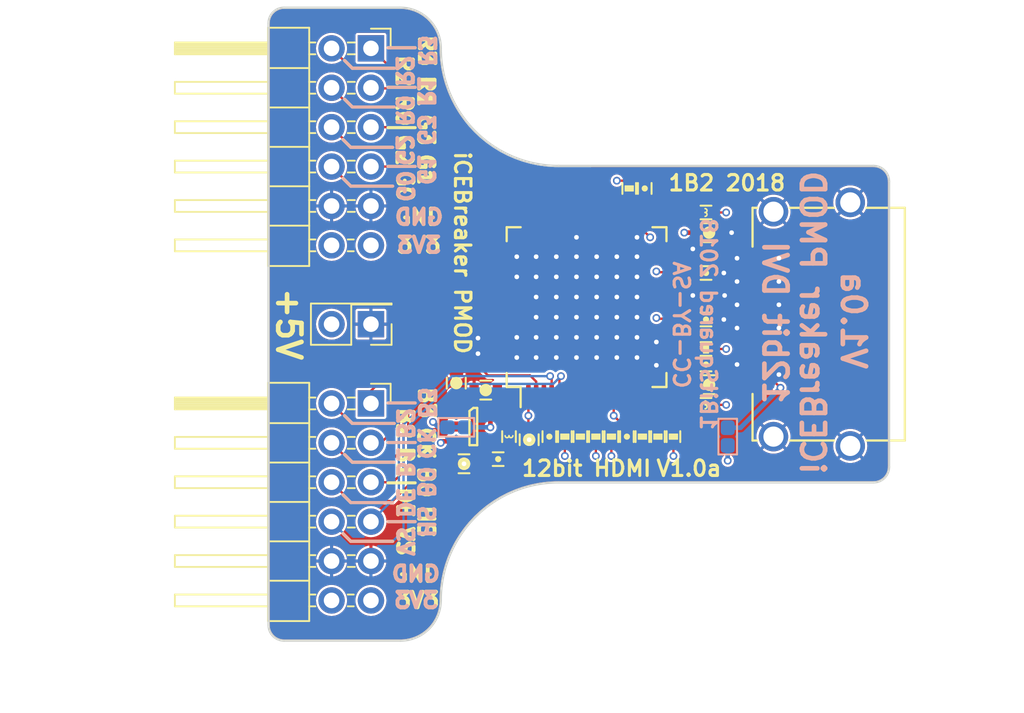
<source format=kicad_pcb>
(kicad_pcb (version 20221018) (generator pcbnew)
  (title_block (title "iCEBreaker PMOD - 12bit DVI") (rev "V1.0a") (company "1BitSquared") (comment 1 "(C) 2018 Piotr Esden-Tempski <piotr@esden.net>") (comment 2 "(C) 2018 1BitSquared <info@1bitsquared.com>") (comment 3 "License: CC-BY-SA V4.0"))
  (layers (0 "F.Cu" signal) (1 "In1.Cu" signal) (2 "In2.Cu" signal) (31 "B.Cu" signal) (34 "B.Paste" user) (35 "F.Paste" user) (36 "B.SilkS" user "B.Silkscreen") (37 "F.SilkS" user "F.Silkscreen") (38 "B.Mask" user) (39 "F.Mask" user) (44 "Edge.Cuts" user))
  (net 0 "")
  (net 1 "GND")
  (net 2 "+3V3")
  (net 3 "+5V")
  (net 4 "Net-(C3-Pad1)")
  (net 5 "/DVDD")
  (net 6 "/DE")
  (net 7 "/VREF")
  (net 8 "/HS")
  (net 9 "/VS")
  (net 10 "Net-(U2-Pad6)")
  (net 11 "Net-(U2-Pad7)")
  (net 12 "Net-(U2-Pad8)")
  (net 13 "/EDGE-HTPLG")
  (net 14 "/~{PD}")
  (net 15 "Net-(U2-Pad11)")
  (net 16 "/ISEL-~{RST}")
  (net 17 "/DSEL-SDA")
  (net 18 "/BSEL-SCL")
  (net 19 "/PVDD")
  (net 20 "/CK-")
  (net 21 "/CK+")
  (net 22 "/TVDD")
  (net 23 "/D0-")
  (net 24 "/D0+")
  (net 25 "/D1-")
  (net 26 "/D1+")
  (net 27 "/D2-")
  (net 28 "/D2+")
  (net 29 "/DKEN")
  (net 30 "Net-(U2-Pad49)")
  (net 31 "/CLK")
  (net 32 "Net-(J1-Pad12)")
  (net 33 "/TFADJ")
  (net 34 "Net-(J5-Pad2)")
  (net 35 "/B0")
  (net 36 "/B1")
  (net 37 "/B2")
  (net 38 "/B3")
  (net 39 "/G0")
  (net 40 "/G1")
  (net 41 "/G2")
  (net 42 "/G3")
  (net 43 "/R0")
  (net 44 "/R1")
  (net 45 "/R2")
  (net 46 "/R3")
  (net 47 "Net-(J6-Pad19)")
  (net 48 "Net-(J6-Pad16)")
  (net 49 "Net-(J6-Pad15)")
  (net 50 "Net-(J6-Pad14)")
  (net 51 "Net-(J6-Pad13)")
  (footprint "pkl_connectors:PMODHeader_2x06_P2.54mm_Horizontal" (layer "F.Cu") (at 36.6 58.01 180)
    (fp_text reference "J1")
    (fp_text value "PMOD")
  )
  (footprint "pkl_housings_sot:SOT-23-5" (layer "F.Cu") (at 43.2 46.799999 180)
    (fp_text reference "U1")
    (fp_text value "VREG_3V3")
  )
  (footprint "pkl_housings_qfp:TQFP-64-1EP_10x10mm_P0.5mm_EP5x5mm" (layer "F.Cu") (at 50.5 39.1 90)
    (fp_text reference "U2")
    (fp_text value "TFP410")
  )
  (footprint "pkl_dipol:R_0402" (layer "F.Cu") (at 51.1 47.45 90)
    (fp_text reference "R4")
    (fp_text value "10k")
  )
  (footprint "pkl_dipol:R_0402" (layer "F.Cu") (at 53.25 31.45 -90)
    (fp_text reference "R3")
    (fp_text value "10k")
  )
  (footprint "pkl_dipol:R_0402" (layer "F.Cu") (at 52.1 47.45 90)
    (fp_text reference "R2")
    (fp_text value "10k")
  )
  (footprint "pkl_dipol:R_0402" (layer "F.Cu") (at 56.1 47.45 90)
    (fp_text reference "R1")
    (fp_text value "10k")
  )
  (footprint "pkl_dipol:R_0402" (layer "F.Cu") (at 49.1 47.45 90)
    (fp_text reference "R5")
    (fp_text value "33k")
  )
  (footprint "pkl_dipol:R_0402" (layer "F.Cu") (at 50.1 47.45 -90)
    (fp_text reference "R6")
    (fp_text value "DNP")
  )
  (footprint "pkl_dipol:R_0402" (layer "F.Cu") (at 54.1 47.45 -90)
    (fp_text reference "R7")
    (fp_text value "10k")
  )
  (footprint "pkl_dipol:R_0402" (layer "F.Cu") (at 55.1 47.45 -90)
    (fp_text reference "R8")
    (fp_text value "10k")
  )
  (footprint "pkl_dipol:R_0402" (layer "F.Cu") (at 58.2 41.8 180)
    (fp_text reference "R9")
    (fp_text value "500E")
  )
  (footprint "pkl_dipol:L_0402" (layer "F.Cu") (at 58.2 45.4 180)
    (fp_text reference "L2")
    (fp_text value "600")
  )
  (footprint "pkl_dipol:L_0402" (layer "F.Cu") (at 45.5 47.45 90)
    (fp_text reference "L1")
    (fp_text value "600")
  )
  (footprint "pkl_dipol:L_0402" (layer "F.Cu") (at 58.2 33 180)
    (fp_text reference "L3")
    (fp_text value "600")
  )
  (footprint "pkl_dipol:C_0603" (layer "F.Cu") (at 44 44.45 180)
    (fp_text reference "C4")
    (fp_text value "4u7")
  )
  (footprint "pkl_dipol:C_0603" (layer "F.Cu") (at 42.6 49.2)
    (fp_text reference "C1")
    (fp_text value "10u")
  )
  (footprint "pkl_dipol:C_0603" (layer "F.Cu") (at 42.1 44 90)
    (fp_text reference "C2")
    (fp_text value "4u7")
  )
  (footprint "pkl_dipol:C_0603" (layer "F.Cu") (at 58.4 44.1)
    (fp_text reference "C15")
    (fp_text value "10u")
  )
  (footprint "pkl_dipol:C_0603" (layer "F.Cu") (at 58.4 34.3)
    (fp_text reference "C16")
    (fp_text value "10u")
  )
  (footprint "pkl_dipol:C_0603" (layer "F.Cu") (at 46.8 47.65 -90)
    (fp_text reference "C14")
    (fp_text value "10u")
  )
  (footprint "pkl_dipol:C_0402" (layer "F.Cu") (at 44.8 48.9)
    (fp_text reference "C3")
    (fp_text value "470p")
  )
  (footprint "pkl_dipol:C_0402" (layer "F.Cu") (at 53.1 47.45 -90)
    (fp_text reference "C5")
    (fp_text value "100n")
  )
  (footprint "pkl_dipol:C_0402" (layer "F.Cu") (at 58.2 36.9)
    (fp_text reference "C10")
    (fp_text value "100n")
  )
  (footprint "pkl_dipol:C_0402" (layer "F.Cu") (at 58.2 42.8)
    (fp_text reference "C9")
    (fp_text value "100n")
  )
  (footprint "pkl_dipol:C_0402" (layer "F.Cu") (at 48.1 47.45 -90)
    (fp_text reference "C8")
    (fp_text value "100n")
  )
  (footprint "pkl_dipol:C_0402" (layer "F.Cu") (at 58.2 39.9)
    (fp_text reference "C7")
    (fp_text value "100n")
  )
  (footprint "pkl_dipol:C_0402" (layer "F.Cu") (at 54.25 31.45 90)
    (fp_text reference "C6")
    (fp_text value "100n")
  )
  (footprint "Connector_PinHeader_2.54mm:PinHeader_2x01_P2.54mm_Vertical" (layer "F.Cu") (at 36.6 40.2 180)
    (fp_text reference "J4")
    (fp_text value "5V")
  )
  (footprint "pkl_connectors:PMODHeader_2x06_P2.54mm_Horizontal" (layer "F.Cu") (at 36.6 35.12 180)
    (fp_text reference "J2")
    (fp_text value "PMOD")
  )
  (footprint "pkl_connectors:HDMI-10029449-111RLF" (layer "F.Cu") (at 62.5 40.2 90)
    (fp_text reference "J6")
    (fp_text value "HDMI_A_1.4" hide)
  )
  (footprint "pkl_jumpers:J_NC_0603_30" (layer "B.Cu") (at 42.1 46.85 180)
    (fp_text reference "J3")
    (fp_text value "jmp")
  )
  (footprint "pkl_jumpers:J_0603" (layer "B.Cu") (at 59.6 47.45 90)
    (fp_text reference "J5")
    (fp_text value "jmp")
  )
  (gr_line (start 37.7 52.93) (end 39.45 52.93) (stroke (width 0.2)) (layer "B.SilkS"))
  (gr_line (start 35.3 51.7) (end 38 51.7) (stroke (width 0.2)) (layer "B.SilkS"))
  (gr_line (start 34.8 51.2) (end 35.3 51.7) (stroke (width 0.2)) (layer "B.SilkS"))
  (gr_line (start 35.4 49.1) (end 38.1 49.1) (stroke (width 0.2)) (layer "B.SilkS"))
  (gr_line (start 34.9 48.6) (end 35.4 49.1) (stroke (width 0.2)) (layer "B.SilkS"))
  (gr_line (start 37.7 47.83) (end 39.45 47.83) (stroke (width 0.2)) (layer "B.SilkS"))
  (gr_line (start 35.4 46.6) (end 38.1 46.6) (stroke (width 0.2)) (layer "B.SilkS"))
  (gr_line (start 34.9 46.1) (end 35.4 46.6) (stroke (width 0.2)) (layer "B.SilkS"))
  (gr_line (start 37.7 45.28) (end 39.45 45.28) (stroke (width 0.2)) (layer "B.SilkS"))
  (gr_line (start 34.8 53.7) (end 35.3 54.2) (stroke (width 0.2)) (layer "B.SilkS"))
  (gr_line (start 35.3 54.2) (end 38 54.2) (stroke (width 0.2)) (layer "B.SilkS"))
  (gr_line (start 34.9 23.2) (end 35.4 23.7) (stroke (width 0.2)) (layer "B.SilkS"))
  (gr_line (start 35.4 23.7) (end 38.1 23.7) (stroke (width 0.2)) (layer "B.SilkS"))
  (gr_line (start 35.4 26.2) (end 38.1 26.2) (stroke (width 0.2)) (layer "B.SilkS"))
  (gr_line (start 35.3 31.3) (end 38 31.3) (stroke (width 0.2)) (layer "B.SilkS"))
  (gr_line (start 34.9 25.7) (end 35.4 26.2) (stroke (width 0.2)) (layer "B.SilkS"))
  (gr_line (start 34.8 28.3) (end 35.3 28.8) (stroke (width 0.2)) (layer "B.SilkS"))
  (gr_line (start 34.8 30.8) (end 35.3 31.3) (stroke (width 0.2)) (layer "B.SilkS"))
  (gr_line (start 35.3 28.8) (end 38 28.8) (stroke (width 0.2)) (layer "B.SilkS"))
  (gr_line (start 37.7 30.03) (end 39.45 30.03) (stroke (width 0.2)) (layer "B.SilkS"))
  (gr_line (start 37.7 22.38) (end 39.45 22.38) (stroke (width 0.2)) (layer "B.SilkS"))
  (gr_line (start 37.7 24.93) (end 39.45 24.93) (stroke (width 0.2)) (layer "B.SilkS"))
  (gr_line (start 34.8 53.7) (end 35.3 54.2) (stroke (width 0.2)) (layer "F.SilkS"))
  (gr_line (start 35.3 54.2) (end 38 54.2) (stroke (width 0.2)) (layer "F.SilkS"))
  (gr_line (start 34.8 28.3) (end 35.3 28.8) (stroke (width 0.2)) (layer "F.SilkS"))
  (gr_line (start 35.3 28.8) (end 38 28.8) (stroke (width 0.2)) (layer "F.SilkS"))
  (gr_line (start 34.9 23.2) (end 35.4 23.7) (stroke (width 0.2)) (layer "F.SilkS"))
  (gr_line (start 37.7 24.93) (end 39.45 24.93) (stroke (width 0.2)) (layer "F.SilkS"))
  (gr_line (start 37.7 27.53) (end 39.45 27.53) (stroke (width 0.2)) (layer "F.SilkS"))
  (gr_line (start 35.4 26.2) (end 38.1 26.2) (stroke (width 0.2)) (layer "F.SilkS"))
  (gr_line (start 34.8 30.8) (end 35.3 31.3) (stroke (width 0.2)) (layer "F.SilkS"))
  (gr_line (start 37.7 30.03) (end 39.45 30.03) (stroke (width 0.2)) (layer "F.SilkS"))
  (gr_line (start 35.4 23.7) (end 38.1 23.7) (stroke (width 0.2)) (layer "F.SilkS"))
  (gr_line (start 34.9 25.7) (end 35.4 26.2) (stroke (width 0.2)) (layer "F.SilkS"))
  (gr_line (start 37.7 22.38) (end 39.45 22.38) (stroke (width 0.2)) (layer "F.SilkS"))
  (gr_line (start 35.3 31.3) (end 38 31.3) (stroke (width 0.2)) (layer "F.SilkS"))
  (gr_line (start 37.7 47.83) (end 39.45 47.83) (stroke (width 0.2)) (layer "F.SilkS"))
  (gr_line (start 34.9 48.6) (end 35.4 49.1) (stroke (width 0.2)) (layer "F.SilkS"))
  (gr_line (start 37.7 50.43) (end 39.45 50.43) (stroke (width 0.2)) (layer "F.SilkS"))
  (gr_line (start 35.4 46.6) (end 38.1 46.6) (stroke (width 0.2)) (layer "F.SilkS"))
  (gr_line (start 37.7 52.93) (end 39.45 52.93) (stroke (width 0.2)) (layer "F.SilkS"))
  (gr_line (start 35.3 51.7) (end 38 51.7) (stroke (width 0.2)) (layer "F.SilkS"))
  (gr_line (start 34.9 46.1) (end 35.4 46.6) (stroke (width 0.2)) (layer "F.SilkS"))
  (gr_line (start 34.8 51.2) (end 35.3 51.7) (stroke (width 0.2)) (layer "F.SilkS"))
  (gr_line (start 35.4 49.1) (end 38.1 49.1) (stroke (width 0.2)) (layer "F.SilkS"))
  (gr_line (start 37.7 45.28) (end 39.45 45.28) (stroke (width 0.2)) (layer "F.SilkS"))
  (gr_arc (start 70 49.4) (mid 69.707107 50.107107) (end 69 50.4) (stroke (width 0.15)) (layer "Edge.Cuts"))
  (gr_line (start 69 50.4) (end 48.7 50.4) (stroke (width 0.15)) (layer "Edge.Cuts"))
  (gr_arc (start 30 20.8) (mid 30.292893 20.092893) (end 31 19.8) (stroke (width 0.15)) (layer "Edge.Cuts"))
  (gr_arc (start 31 60.6) (mid 30.292893 60.307107) (end 30 59.6) (stroke (width 0.15)) (layer "Edge.Cuts"))
  (gr_line (start 70 31) (end 70 49.4) (stroke (width 0.15)) (layer "Edge.Cuts"))
  (gr_arc (start 69 30) (mid 69.707107 30.292893) (end 70 31) (stroke (width 0.15)) (layer "Edge.Cuts"))
  (gr_arc (start 38.5 19.8) (mid 40.338478 20.561522) (end 41.1 22.4) (stroke (width 0.15)) (layer "Edge.Cuts"))
  (gr_line (start 30 59.6) (end 30 20.8) (stroke (width 0.15)) (layer "Edge.Cuts"))
  (gr_line (start 31 60.6) (end 38.5 60.6) (stroke (width 0.15)) (layer "Edge.Cuts"))
  (gr_arc (start 48.7 30) (mid 43.325988 27.774012) (end 41.1 22.4) (stroke (width 0.15)) (layer "Edge.Cuts"))
  (gr_line (start 48.7 30) (end 69 30) (stroke (width 0.15)) (layer "Edge.Cuts"))
  (gr_arc (start 41.1 58) (mid 40.338478 59.838478) (end 38.5 60.6) (stroke (width 0.15)) (layer "Edge.Cuts"))
  (gr_line (start 31 19.8) (end 38.5 19.8) (stroke (width 0.15)) (layer "Edge.Cuts"))
  (gr_arc (start 41.1 58) (mid 43.325988 52.625988) (end 48.7 50.4) (stroke (width 0.15)) (layer "Edge.Cuts"))
  (gr_text "HS" (at 40.15 52.93 270) (layer "B.SilkS") (effects (font (size 1 1) (thickness 0.25)) (justify mirror)))
  (gr_text "VS" (at 38.8 54.2 270) (layer "B.SilkS") (effects (font (size 1 1) (thickness 0.25)) (justify mirror)))
  (gr_text "B0" (at 40.15 50.38 270) (layer "B.SilkS") (effects (font (size 1 1) (thickness 0.25)) (justify mirror)))
  (gr_text "DE" (at 38.8 51.7 270) (layer "B.SilkS") (effects (font (size 1 1) (thickness 0.25)) (justify mirror)))
  (gr_text "CK" (at 40.15 47.88 270) (layer "B.SilkS") (effects (font (size 1 1) (thickness 0.25)) (justify mirror)))
  (gr_text "B1" (at 38.8 49.1 270) (layer "B.SilkS") (effects (font (size 1 1) (thickness 0.25)) (justify mirror)))
  (gr_text "B3" (at 40.2 45.28 270) (layer "B.SilkS") (effects (font (size 1 1) (thickness 0.25)) (justify mirror)))
  (gr_text "B2" (at 38.8 46.6 270) (layer "B.SilkS") (effects (font (size 1 1) (thickness 0.25)) (justify mirror)))
  (gr_text "CC-BY-SA" (at 56.6 40.25 270) (layer "B.SilkS") (effects (font (size 1 1) (thickness 0.2)) (justify mirror)))
  (gr_text "1BitSquared 2018" (at 58.35 40.2 270) (layer "B.SilkS") (effects (font (size 1 1) (thickness 0.2)) (justify mirror)))
  (gr_text "GND" (at 39.5 56.3) (layer "B.SilkS") (effects (font (size 1 1) (thickness 0.25)) (justify mirror)))
  (gr_text "3V3" (at 39.5 58) (layer "B.SilkS") (effects (font (size 1 1) (thickness 0.25)) (justify mirror)))
  (gr_text "iCEBreaker PMOD\n12bit DVI" (at 63.85 40.1 270) (layer "B.SilkS") (effects (font (size 1.5 1.5) (thickness 0.3)) (justify mirror)))
  (gr_text "V1.0a" (at 67.7 39.95 270) (layer "B.SilkS") (effects (font (size 1.5 1.5) (thickness 0.3)) (justify mirror)))
  (gr_text "GND" (at 39.7 33.3) (layer "B.SilkS") (effects (font (size 1 1) (thickness 0.25)) (justify mirror)))
  (gr_text "3V3" (at 39.7 35.1) (layer "B.SilkS") (effects (font (size 1 1) (thickness 0.25)) (justify mirror)))
  (gr_text "G0" (at 38.8 31.3 270) (layer "B.SilkS") (effects (font (size 1 1) (thickness 0.25)) (justify mirror)))
  (gr_text "G1" (at 40.15 30.23 270) (layer "B.SilkS") (effects (font (size 1 1) (thickness 0.25)) (justify mirror)))
  (gr_text "G2" (at 38.75 28.98 270) (layer "B.SilkS") (effects (font (size 1 1) (thickness 0.25)) (justify mirror)))
  (gr_text "G3" (at 40.15 27.68 270) (layer "B.SilkS") (effects (font (size 1 1) (thickness 0.25)) (justify mirror)))
  (gr_text "R0" (at 38.75 26.43 270) (layer "B.SilkS") (effects (font (size 1 1) (thickness 0.25)) (justify mirror)))
  (gr_text "R1" (at 40.15 25.18 270) (layer "B.SilkS") (effects (font (size 1 1) (thickness 0.25)) (justify mirror)))
  (gr_text "R2" (at 38.75 23.88 270) (layer "B.SilkS") (effects (font (size 1 1) (thickness 0.25)) (justify mirror)))
  (gr_text "R3" (at 40.2 22.58 270) (layer "B.SilkS") (effects (font (size 1 1) (thickness 0.25)) (justify mirror)))
  (gr_text "V1.0a" (at 57.1 49.5) (layer "F.SilkS") (effects (font (size 1 1) (thickness 0.2))))
  (gr_text "12bit HDMI" (at 50.5 49.5) (layer "F.SilkS") (effects (font (size 1 1) (thickness 0.2))))
  (gr_text "iCEBreaker PMOD" (at 42.5 35.6 270) (layer "F.SilkS") (effects (font (size 1 1) (thickness 0.2))))
  (gr_text "B3" (at 40.2 45.28 270) (layer "F.SilkS") (effects (font (size 1 1) (thickness 0.25))))
  (gr_text "B1" (at 38.8 49.1 270) (layer "F.SilkS") (effects (font (size 1 1) (thickness 0.25))))
  (gr_text "CK" (at 40.15 47.88 270) (layer "F.SilkS") (effects (font (size 1 1) (thickness 0.25))))
  (gr_text "DE" (at 38.8 51.7 270) (layer "F.SilkS") (effects (font (size 1 1) (thickness 0.25))))
  (gr_text "VS" (at 38.8 54.2 270) (layer "F.SilkS") (effects (font (size 1 1) (thickness 0.25))))
  (gr_text "B0" (at 40.15 50.38 270) (layer "F.SilkS") (effects (font (size 1 1) (thickness 0.25))))
  (gr_text "HS" (at 40.15 52.93 270) (layer "F.SilkS") (effects (font (size 1 1) (thickness 0.25))))
  (gr_text "1B2 2018" (at 59.55 31.1) (layer "F.SilkS") (effects (font (size 1 1) (thickness 0.2))))
  (gr_text "GND" (at 39.5 56.3) (layer "F.SilkS") (effects (font (size 1 1) (thickness 0.25))))
  (gr_text "3V3" (at 39.6 58) (layer "F.SilkS") (effects (font (size 1 1) (thickness 0.25))))
  (gr_text "G1" (at 40.15 30.23 270) (layer "F.SilkS") (effects (font (size 1 1) (thickness 0.25))))
  (gr_text "G3" (at 40.15 27.68 270) (layer "F.SilkS") (effects (font (size 1 1) (thickness 0.25))))
  (gr_text "G2" (at 38.75 28.98 270) (layer "F.SilkS") (effects (font (size 1 1) (thickness 0.25))))
  (gr_text "R0" (at 38.75 26.43 270) (layer "F.SilkS") (effects (font (size 1 1) (thickness 0.25))))
  (gr_text "R1" (at 40.15 25.18 270) (layer "F.SilkS") (effects (font (size 1 1) (thickness 0.25))))
  (gr_text "R2" (at 38.75 23.88 270) (layer "F.SilkS") (effects (font (size 1 1) (thickness 0.25))))
  (gr_text "R3" (at 40.2 22.58 270) (layer "F.SilkS") (effects (font (size 1 1) (thickness 0.25))))
  (gr_text "GND" (at 39.7 33.3) (layer "F.SilkS") (effects (font (size 1 1) (thickness 0.25))))
  (gr_text "3V3" (at 39.7 35.1) (layer "F.SilkS") (effects (font (size 1 1) (thickness 0.25))))
  (gr_text "G0" (at 38.8 31.3 270) (layer "F.SilkS") (effects (font (size 1 1) (thickness 0.25))))
  (gr_text "+5V" (at 31.3 40.2 270) (layer "F.SilkS") (effects (font (size 1.5 1.5) (thickness 0.3))))
  (gr_text "B2" (at 38.8 46.6 270) (layer "F.SilkS") (effects (font (size 1 1) (thickness 0.25))))
  (segment (start 60.496447 43.45) (end 60.2 43.153553) (width 0.15) (layer "F.Cu") (net 1))
  (segment (start 61.55 43.45) (end 60.496447 43.45) (width 0.15) (layer "F.Cu") (net 1))
  (segment (start 60.2 43.153553) (end 60.2 42.8) (width 0.15) (layer "F.Cu") (net 1))
  (via (at 62.9 38.95) (size 0.5) (drill 0.3) (layers "F.Cu" "B.Cu") (net 1))
  (via (at 62.9 43.45) (size 0.5) (drill 0.3) (layers "F.Cu" "B.Cu") (net 1))
  (via (at 62.9 40.45) (size 0.5) (drill 0.3) (layers "F.Cu" "B.Cu") (net 1))
  (via (at 62.9 37.45) (size 0.5) (drill 0.3) (layers "F.Cu" "B.Cu") (net 1))
  (via (at 60.2 38.95) (size 0.5) (drill 0.3) (layers "F.Cu" "B.Cu") (net 1))
  (via (at 60.2 42.8) (size 0.5) (drill 0.3) (layers "F.Cu" "B.Cu") (net 1))
  (via (at 60.2 35.95) (size 0.5) (drill 0.3) (layers "F.Cu" "B.Cu") (net 1))
  (via (at 60.2 40.45) (size 0.5) (drill 0.3) (layers "F.Cu" "B.Cu") (net 1))
  (via (at 60.2 37.45) (size 0.5) (drill 0.3) (layers "F.Cu" "B.Cu") (net 1))
  (via (at 62.9 35.95) (size 0.5) (drill 0.3) (layers "F.Cu" "B.Cu") (net 1))
  (via (at 57.35 35.35) (size 0.5) (drill 0.3) (layers "F.Cu" "B.Cu") (net 1))
  (via (at 55 41.35) (size 0.5) (drill 0.3) (layers "F.Cu" "B.Cu") (net 1))
  (via (at 55 42.85) (size 0.5) (drill 0.3) (layers "F.Cu" "B.Cu") (net 1))
  (via (at 59.35 39.9) (size 0.5) (drill 0.3) (layers "F.Cu" "B.Cu") (net 1))
  (via (at 59.35 36.9) (size 0.5) (drill 0.3) (layers "F.Cu" "B.Cu") (net 1))
  (via (at 59.85 34.3) (size 0.5) (drill 0.3) (layers "F.Cu" "B.Cu") (net 1))
  (via (at 59.4 38.35) (size 0.5) (drill 0.3) (layers "F.Cu" "B.Cu") (net 1))
  (via (at 43.5 41.1) (size 0.5) (drill 0.3) (layers "F.Cu" "B.Cu") (net 1))
  (via (at 43.5 42.1) (size 0.5) (drill 0.3) (layers "F.Cu" "B.Cu") (net 1))
  (via (at 53.75 34.6) (size 0.5) (drill 0.3) (layers "F.Cu" "B.Cu") (net 1))
  (via (at 46 37.15) (size 0.5) (drill 0.3) (layers "F.Cu" "B.Cu") (net 1))
  (via (at 46 35.85) (size 0.5) (drill 0.3) (layers "F.Cu" "B.Cu") (net 1))
  (via (at 49.85 34.6) (size 0.5) (drill 0.3) (layers "F.Cu" "B.Cu") (net 1))
  (via (at 57.35 38.35) (size 0.5) (drill 0.3) (layers "F.Cu" "B.Cu") (net 1))
  (via (at 46 41.05) (size 0.5) (drill 0.3) (layers "F.Cu" "B.Cu") (net 1))
  (via (at 46 42.35) (size 0.5) (drill 0.3) (layers "F.Cu" "B.Cu") (net 1))
  (segment (start 56.1 47.95) (end 56.1 48.7) (width 0.15) (layer "F.Cu") (net 2))
  (segment (start 49.1 47.95) (end 49.1 48.7) (width 0.15) (layer "F.Cu") (net 2))
  (segment (start 52.1 47.95) (end 52.1 48.7) (width 0.15) (layer "F.Cu") (net 2))
  (segment (start 58.7 45.4) (end 59.5 45.4) (width 0.15) (layer "F.Cu") (net 2))
  (segment (start 44.75 44.45) (end 44.75 45.399999) (width 0.3) (layer "F.Cu") (net 2))
  (segment (start 53.25 30.95) (end 52.45 30.95) (width 0.15) (layer "F.Cu") (net 2))
  (segment (start 45.5 47.95) (end 45.8 47.65) (width 0.3) (layer "F.Cu") (net 2))
  (segment (start 58.7 33) (end 59.5 33) (width 0.15) (layer "F.Cu") (net 2))
  (segment (start 51.1 47.95) (end 51.1 48.7) (width 0.15) (layer "F.Cu") (net 2))
  (segment (start 58.7 41.8) (end 59.5 41.8) (width 0.15) (layer "F.Cu") (net 2))
  (segment (start 44.3 46.85) (end 44.3 45.849999) (width 0.3) (layer "F.Cu") (net 2))
  (segment (start 45.8 47.65) (end 46.8 47.65) (width 0.3) (layer "F.Cu") (net 2))
  (segment (start 44.75 45.399999) (end 44.3 45.849999) (width 0.3) (layer "F.Cu") (net 2))
  (segment (start 41.85 49.2) (end 42.6 49.2) (width 0.3) (layer "F.Cu") (net 2))
  (via (at 52.1 48.7) (size 0.5) (drill 0.3) (layers "F.Cu" "B.Cu") (net 2))
  (via (at 42.6 49.2) (size 0.5) (drill 0.3) (layers "F.Cu" "B.Cu") (net 2))
  (via (at 59.5 41.8) (size 0.5) (drill 0.3) (layers "F.Cu" "B.Cu") (net 2))
  (via (at 59.5 33) (size 0.5) (drill 0.3) (layers "F.Cu" "B.Cu") (net 2))
  (via (at 44.3 46.85) (size 0.5) (drill 0.3) (layers "F.Cu" "B.Cu") (net 2))
  (via (at 51.1 48.7) (size 0.5) (drill 0.3) (layers "F.Cu" "B.Cu") (net 2))
  (via (at 46.8 47.65) (size 0.5) (drill 0.3) (layers "F.Cu" "B.Cu") (net 2))
  (via (at 56.1 48.7) (size 0.5) (drill 0.3) (layers "F.Cu" "B.Cu") (net 2))
  (via (at 49.1 48.7) (size 0.5) (drill 0.3) (layers "F.Cu" "B.Cu") (net 2))
  (via (at 59.5 45.4) (size 0.5) (drill 0.3) (layers "F.Cu" "B.Cu") (net 2))
  (via (at 52.45 30.95) (size 0.5) (drill 0.3) (layers "F.Cu" "B.Cu") (net 2))
  (segment (start 42.675 46.85) (end 44.3 46.85) (width 0.3) (layer "B.Cu") (net 2))
  (segment (start 42.1 47.749999) (end 41.200001 47.749999) (width 0.3) (layer "F.Cu") (net 3))
  (segment (start 42.73 45.849999) (end 43.2 46.319999) (width 0.3) (layer "F.Cu") (net 3))
  (segment (start 43.2 47.279999) (end 42.73 47.749999) (width 0.3) (layer "F.Cu") (net 3))
  (segment (start 42.1 44.75) (end 42.1 45.849999) (width 0.3) (layer "F.Cu") (net 3))
  (segment (start 41.200001 47.749999) (end 41.1 47.85) (width 0.3) (layer "F.Cu") (net 3))
  (segment (start 43.2 46.319999) (end 43.2 47.279999) (width 0.3) (layer "F.Cu") (net 3))
  (segment (start 42.73 47.749999) (end 42.1 47.749999) (width 0.3) (layer "F.Cu") (net 3))
  (segment (start 42.1 45.849999) (end 42.73 45.849999) (width 0.3) (layer "F.Cu") (net 3))
  (via (at 41.1 47.85) (size 0.5) (drill 0.3) (layers "F.Cu" "B.Cu") (net 3))
  (via (at 59.6 49) (size 0.5) (drill 0.3) (layers "F.Cu" "B.Cu") (net 3))
  (segment (start 59.6 49) (end 59.6 48.025) (width 0.3) (layer "B.Cu") (net 3))
  (segment (start 44.3 47.749999) (end 44.3 48.9) (width 0.15) (layer "F.Cu") (net 4))
  (segment (start 54.25 33.4) (end 54.25 31.95) (width 0.15) (layer "F.Cu") (net 5))
  (segment (start 45.5 46.95) (end 46.75 46.95) (width 0.15) (layer "F.Cu") (net 5))
  (segment (start 52.25 44.8) (end 52.25 46.1) (width 0.15) (layer "F.Cu") (net 5))
  (segment (start 46.75 46.1) (end 46.75 46.85) (width 0.15) (layer "F.Cu") (net 5))
  (segment (start 54.25 33.4) (end 54.25 34.25) (width 0.15) (layer "F.Cu") (net 5))
  (segment (start 46.75 44.8) (end 46.75 46.1) (width 0.15) (layer "F.Cu") (net 5))
  (segment (start 46.75 46.95) (end 46.8 46.9) (width 0.15) (layer "F.Cu") (net 5))
  (segment (start 52.25 46.1) (end 53.1 46.95) (width 0.15) (layer "F.Cu") (net 5))
  (segment (start 46.75 46.85) (end 46.8 46.9) (width 0.15) (layer "F.Cu") (net 5))
  (segment (start 46.85 46.95) (end 46.8 46.9) (width 0.15) (layer "F.Cu") (net 5))
  (segment (start 54.25 34.25) (end 54.6 34.6) (width 0.15) (layer "F.Cu") (net 5))
  (segment (start 48.1 46.95) (end 46.85 46.95) (width 0.15) (layer "F.Cu") (net 5))
  (via (at 46.75 46.1) (size 0.5) (drill 0.3) (layers "F.Cu" "B.Cu") (net 5))
  (via (at 52.25 46.1) (size 0.5) (drill 0.3) (layers "F.Cu" "B.Cu") (net 5))
  (via (at 54.6 34.6) (size 0.5) (drill 0.3) (layers "F.Cu" "B.Cu") (net 5))
  (segment (start 34.06 50.39) (end 35.27 51.6) (width 0.15) (layer "F.Cu") (net 6))
  (segment (start 39 50.6) (end 39 44.3) (width 0.15) (layer "F.Cu") (net 6))
  (segment (start 41.5 41.8) (end 42.44 41.8) (width 0.15) (layer "F.Cu") (net 6))
  (segment (start 39 44.3) (end 41.5 41.8) (width 0.15) (layer "F.Cu") (net 6))
  (segment (start 42.44 41.8) (end 44.14 43.5) (width 0.15) (layer "F.Cu") (net 6))
  (segment (start 35.27 51.6) (end 38 51.6) (width 0.15) (layer "F.Cu") (net 6))
  (segment (start 44.14 43.5) (end 46.85 43.5) (width 0.15) (layer "F.Cu") (net 6))
  (segment (start 38 51.6) (end 39 50.6) (width 0.15) (layer "F.Cu") (net 6))
  (segment (start 47.25 43.9) (end 47.25 44.8) (width 0.15) (layer "F.Cu") (net 6))
  (segment (start 46.85 43.5) (end 47.25 43.9) (width 0.15) (layer "F.Cu") (net 6))
  (segment (start 47.75 45.7) (end 49 46.95) (width 0.15) (layer "F.Cu") (net 7))
  (segment (start 47.75 44.8) (end 47.75 45.7) (width 0.15) (layer "F.Cu") (net 7))
  (segment (start 49 46.95) (end 49.1 46.95) (width 0.15) (layer "F.Cu") (net 7))
  (segment (start 49.1 46.95) (end 50.1 46.95) (width 0.15) (layer "F.Cu") (net 7))
  (segment (start 48.25 44.8) (end 48.25 43.650006) (width 0.15) (layer "F.Cu") (net 8))
  (segment (start 48.25 43.650006) (end 48.149994 43.55) (width 0.15) (layer "F.Cu") (net 8))
  (via (at 48.149994 43.55) (size 0.5) (drill 0.3) (layers "F.Cu" "B.Cu") (net 8))
  (segment (start 41.825721 43.55) (end 47.796441 43.55) (width 0.15) (layer "B.Cu") (net 8))
  (segment (start 38.399989 51.130011) (end 38.399989 46.975732) (width 0.15) (layer "B.Cu") (net 8))
  (segment (start 38.399989 46.975732) (end 41.825721 43.55) (width 0.15) (layer "B.Cu") (net 8))
  (segment (start 47.796441 43.55) (end 48.149994 43.55) (width 0.15) (layer "B.Cu") (net 8))
  (segment (start 36.6 52.93) (end 38.399989 51.130011) (width 0.15) (layer "B.Cu") (net 8))
  (segment (start 48.75 43.650013) (end 48.850013 43.55) (width 0.15) (layer "F.Cu") (net 9))
  (segment (start 48.75 44.8) (end 48.75 43.650013) (width 0.15) (layer "F.Cu") (net 9))
  (via (at 48.850013 43.55) (size 0.5) (drill 0.3) (layers "F.Cu" "B.Cu") (net 9))
  (segment (start 38.7 53.5) (end 38.7 47.1) (width 0.15) (layer "B.Cu") (net 9))
  (segment (start 48.350013 44.05) (end 48.600014 43.799999) (width 0.15) (layer "B.Cu") (net 9))
  (segment (start 38.7 47.1) (end 41.75 44.05) (width 0.15) (layer "B.Cu") (net 9))
  (segment (start 48.600014 43.799999) (end 48.850013 43.55) (width 0.15) (layer "B.Cu") (net 9))
  (segment (start 38 54.2) (end 38.7 53.5) (width 0.15) (layer "B.Cu") (net 9))
  (segment (start 41.75 44.05) (end 48.350013 44.05) (width 0.15) (layer "B.Cu") (net 9))
  (segment (start 34.06 52.93) (end 35.33 54.2) (width 0.15) (layer "B.Cu") (net 9))
  (segment (start 35.33 54.2) (end 38 54.2) (width 0.15) (layer "B.Cu") (net 9))
  (segment (start 50.75 44.8) (end 50.75 46.6) (width 0.15) (layer "F.Cu") (net 13))
  (segment (start 50.75 46.6) (end 51.1 46.95) (width 0.15) (layer "F.Cu") (net 13))
  (segment (start 51.25 44.8) (end 51.25 46.1) (width 0.15) (layer "F.Cu") (net 14))
  (segment (start 51.25 46.1) (end 52.1 46.95) (width 0.15) (layer "F.Cu") (net 14))
  (segment (start 52.75 45.7) (end 54 46.95) (width 0.15) (layer "F.Cu") (net 16))
  (segment (start 52.75 44.8) (end 52.75 45.7) (width 0.15) (layer "F.Cu") (net 16))
  (segment (start 54 46.95) (end 54.1 46.95) (width 0.15) (layer "F.Cu") (net 16))
  (segment (start 54.02499 46.47499) (end 54.62499 46.47499) (width 0.15) (layer "F.Cu") (net 17))
  (segment (start 53.25 45.7) (end 54.02499 46.47499) (width 0.15) (layer "F.Cu") (net 17))
  (segment (start 54.62499 46.47499) (end 54.794543 46.644543) (width 0.15) (layer "F.Cu") (net 17))
  (segment (start 53.25 44.8) (end 53.25 45.7) (width 0.15) (layer "F.Cu") (net 17))
  (segment (start 54.794543 46.644543) (end 55.1 46.95) (width 0.15) (layer "F.Cu") (net 17))
  (segment (start 55.32498 46.17498) (end 55.794543 46.644543) (width 0.15) (layer "F.Cu") (net 18))
  (segment (start 53.75 45.7) (end 54.22498 46.17498) (width 0.15) (layer "F.Cu") (net 18))
  (segment (start 53.75 44.8) (end 53.75 45.7) (width 0.15) (layer "F.Cu") (net 18))
  (segment (start 55.794543 46.644543) (end 56.1 46.95) (width 0.15) (layer "F.Cu") (net 18))
  (segment (start 54.22498 46.17498) (end 55.32498 46.17498) (width 0.15) (layer "F.Cu") (net 18))
  (segment (start 57.7 42.8) (end 57.7 44.05) (width 0.15) (layer "F.Cu") (net 19))
  (segment (start 57.7 44.15) (end 57.65 44.1) (width 0.15) (layer "F.Cu") (net 19))
  (segment (start 57.7 45.4) (end 57.7 44.15) (width 0.15) (layer "F.Cu") (net 19))
  (segment (start 57.7 44.05) (end 57.65 44.1) (width 0.15) (layer "F.Cu") (net 19))
  (segment (start 56.2 42.35) (end 57.25 42.35) (width 0.15) (layer "F.Cu") (net 19))
  (segment (start 57.25 42.35) (end 57.7 42.8) (width 0.15) (layer "F.Cu") (net 19))
  (segment (start 56.2 40.85) (end 56.9 40.85) (width 0.15) (layer "F.Cu") (net 20))
  (segment (start 56.9 40.85) (end 56.90001 40.85001) (width 0.15) (layer "F.Cu") (net 20))
  (segment (start 56.90001 40.85001) (end 59.897008 40.85001) (width 0.15) (layer "F.Cu") (net 20))
  (segment (start 60.5 40.95) (end 61.55 40.95) (width 0.15) (layer "F.Cu") (net 20))
  (segment (start 59.996998 40.95) (end 60.5 40.95) (width 0.15) (layer "F.Cu") (net 20))
  (segment (start 59.897008 40.85001) (end 59.996998 40.95) (width 0.15) (layer "F.Cu") (net 20))
  (segment (start 57.05 40.35) (end 57.15 40.45) (width 0.15) (layer "F.Cu") (net 21))
  (segment (start 56.2 40.35) (end 57.05 40.35) (width 0.15) (layer "F.Cu") (net 21))
  (segment (start 57.15 40.45) (end 59.503002 40.45) (width 0.15) (layer "F.Cu") (net 21))
  (segment (start 59.503002 40.45) (end 60.003002 39.95) (width 0.15) (layer "F.Cu") (net 21))
  (segment (start 60.5 39.95) (end 61.55 39.95) (width 0.15) (layer "F.Cu") (net 21))
  (segment (start 60.003002 39.95) (end 60.5 39.95) (width 0.15) (layer "F.Cu") (net 21))
  (segment (start 56.2 36.85) (end 57.65 36.85) (width 0.15) (layer "F.Cu") (net 22))
  (segment (start 57.65 39.85) (end 57.7 39.9) (width 0.15) (layer "F.Cu") (net 22))
  (segment (start 57.7 33) (end 57.7 34.25) (width 0.15) (layer "F.Cu") (net 22))
  (segment (start 56.8 34.3) (end 57.65 34.3) (width 0.3) (layer "F.Cu") (net 22))
  (segment (start 55.05 36.85) (end 55 36.8) (width 0.15) (layer "F.Cu") (net 22))
  (segment (start 56.2 39.85) (end 57.65 39.85) (width 0.15) (layer "F.Cu") (net 22))
  (segment (start 55.05 39.85) (end 55 39.8) (width 0.15) (layer "F.Cu") (net 22))
  (segment (start 57.7 34.25) (end 57.65 34.3) (width 0.15) (layer "F.Cu") (net 22))
  (segment (start 57.65 36.85) (end 57.7 36.9) (width 0.15) (layer "F.Cu") (net 22))
  (segment (start 56.2 36.85) (end 55.05 36.85) (width 0.15) (layer "F.Cu") (net 22))
  (segment (start 56.2 39.85) (end 55.05 39.85) (width 0.15) (layer "F.Cu") (net 22))
  (via (at 56.8 34.3) (size 0.5) (drill 0.3) (layers "F.Cu" "B.Cu") (net 22))
  (via (at 55 36.8) (size 0.5) (drill 0.3) (layers "F.Cu" "B.Cu") (net 22))
  (via (at 55 39.8) (size 0.5) (drill 0.3) (layers "F.Cu" "B.Cu") (net 22))
  (segment (start 59.996998 39.45) (end 60.5 39.45) (width 0.15) (layer "F.Cu") (net 23))
  (segment (start 60.5 39.45) (end 61.55 39.45) (width 0.15) (layer "F.Cu") (net 23))
  (segment (start 59.896998 39.35) (end 59.996998 39.45) (width 0.15) (layer "F.Cu") (net 23))
  (segment (start 56.2 39.35) (end 59.896998 39.35) (width 0.15) (layer "F.Cu") (net 23))
  (segment (start 57.071765 38.95) (end 59.496998 38.95) (width 0.15) (layer "F.Cu") (net 24))
  (segment (start 56.971765 38.85) (end 57.071765 38.95) (width 0.15) (layer "F.Cu") (net 24))
  (segment (start 59.496998 38.95) (end 59.996998 38.45) (width 0.15) (layer "F.Cu") (net 24))
  (segment (start 60.5 38.45) (end 61.55 38.45) (width 0.15) (layer "F.Cu") (net 24))
  (segment (start 56.2 38.85) (end 56.971765 38.85) (width 0.15) (layer "F.Cu") (net 24))
  (segment (start 59.996998 38.45) (end 60.5 38.45) (width 0.15) (layer "F.Cu") (net 24))
  (segment (start 59.996998 37.95) (end 60.5 37.95) (width 0.15) (layer "F.Cu") (net 25))
  (segment (start 59.872018 37.82502) (end 59.996998 37.95) (width 0.15) (layer "F.Cu") (net 25))
  (segment (start 60.5 37.95) (end 61.55 37.95) (width 0.15) (layer "F.Cu") (net 25))
  (segment (start 56.2 37.85) (end 56.85 37.85) (width 0.15) (layer "F.Cu") (net 25))
  (segment (start 56.87498 37.82502) (end 59.872018 37.82502) (width 0.15) (layer "F.Cu") (net 25))
  (segment (start 56.85 37.85) (end 56.87498 37.82502) (width 0.15) (layer "F.Cu") (net 25))
  (segment (start 60.5 36.95) (end 61.55 36.95) (width 0.15) (layer "F.Cu") (net 26))
  (segment (start 59.52499 37.42501) (end 60 36.95) (width 0.15) (layer "F.Cu") (net 26))
  (segment (start 56.2 37.35) (end 56.971765 37.35) (width 0.15) (layer "F.Cu") (net 26))
  (segment (start 60 36.95) (end 60.5 36.95) (width 0.15) (layer "F.Cu") (net 26))
  (segment (start 56.971765 37.35) (end 57.046775 37.42501) (width 0.15) (layer "F.Cu") (net 26))
  (segment (start 57.046775 37.42501) (end 59.52499 37.42501) (width 0.15) (layer "F.Cu") (net 26))
  (segment (start 59.996998 36.45) (end 60.5 36.45) (width 0.15) (layer "F.Cu") (net 27))
  (segment (start 60.5 36.45) (end 61.55 36.45) (width 0.15) (layer "F.Cu") (net 27))
  (segment (start 56.2 36.35) (end 59.896998 36.35) (width 0.15) (layer "F.Cu") (net 27))
  (segment (start 59.896998 36.35) (end 59.996998 36.45) (width 0.15) (layer "F.Cu") (net 27))
  (segment (start 57.071765 35.95) (end 59.496998 35.95) (width 0.15) (layer "F.Cu") (net 28))
  (segment (start 59.996998 35.45) (end 60.5 35.45) (width 0.15) (layer "F.Cu") (net 28))
  (segment (start 56.971765 35.85) (end 57.071765 35.95) (width 0.15) (layer "F.Cu") (net 28))
  (segment (start 59.496998 35.95) (end 59.996998 35.45) (width 0.15) (layer "F.Cu") (net 28))
  (segment (start 56.2 35.85) (end 56.971765 35.85) (width 0.15) (layer "F.Cu") (net 28))
  (segment (start 60.5 35.45) (end 61.55 35.45) (width 0.15) (layer "F.Cu") (net 28))
  (segment (start 53.25 33.4) (end 53.25 31.95) (width 0.15) (layer "F.Cu") (net 29))
  (segment (start 37.25 47.85) (end 38.1 47) (width 0.15) (layer "F.Cu") (net 31))
  (segment (start 36.6 47.85) (end 37.25 47.85) (width 0.15) (layer "F.Cu") (net 31))
  (segment (start 38.1 47) (end 38.1 43.9) (width 0.15) (layer "F.Cu") (net 31))
  (segment (start 38.1 43.9) (end 42.65 39.35) (width 0.15) (layer "F.Cu") (net 31))
  (segment (start 36.6 47.85) (end 36.6 47.88) (width 0.15) (layer "F.Cu") (net 31))
  (segment (start 42.65 39.35) (end 44.8 39.35) (width 0.15) (layer "F.Cu") (net 31))
  (via (at 40.6 46.5) (size 0.5) (drill 0.3) (layers "F.Cu" "B.Cu") (net 32))
  (segment (start 41.525 46.85) (end 40.95 46.85) (width 0.3) (layer "B.Cu") (net 32))
  (segment (start 40.95 46.85) (end 40.6 46.5) (width 0.3) (layer "B.Cu") (net 32))
  (segment (start 56.2 41.85) (end 57.65 41.85) (width 0.15) (layer "F.Cu") (net 33))
  (segment (start 57.65 41.85) (end 57.7 41.8) (width 0.15) (layer "F.Cu") (net 33))
  (segment (start 62.65 43.95) (end 63 44.3) (width 0.15) (layer "F.Cu") (net 34))
  (segment (start 61.55 43.95) (end 62.65 43.95) (width 0.15) (layer "F.Cu") (net 34))
  (via (at 63 44.3) (size 0.5) (drill 0.3) (layers "F.Cu" "B.Cu") (net 34))
  (segment (start 59.6 46.875) (end 60.425 46.875) (width 0.3) (layer "B.Cu") (net 34))
  (segment (start 60.425 46.875) (end 63 44.3) (width 0.3) (layer "B.Cu") (net 34))
  (segment (start 38.7 49.7) (end 38.7 44.148556) (width 0.15) (layer "F.Cu") (net 35))
  (segment (start 38.01 50.39) (end 38.7 49.7) (width 0.15) (layer "F.Cu") (net 35))
  (segment (start 36.6 50.39) (end 38.01 50.39) (width 0.15) (layer "F.Cu") (net 35))
  (segment (start 38.7 44.148556) (end 42.498556 40.35) (width 0.15) (layer "F.Cu") (net 35))
  (segment (start 42.498556 40.35) (end 44.8 40.35) (width 0.15) (layer "F.Cu") (net 35))
  (segment (start 38.4 44.024278) (end 42.574278 39.85) (width 0.15) (layer "F.Cu") (net 36))
  (segment (start 38.4 48.5) (end 38.4 44.024278) (width 0.15) (layer "F.Cu") (net 36))
  (segment (start 42.574278 39.85) (end 44.8 39.85) (width 0.15) (layer "F.Cu") (net 36))
  (segment (start 34.06 47.85) (end 35.31 49.1) (width 0.15) (layer "F.Cu") (net 36))
  (segment (start 37.8 49.1) (end 38.4 48.5) (width 0.15) (layer "F.Cu") (net 36))
  (segment (start 35.31 49.1) (end 37.8 49.1) (width 0.15) (layer "F.Cu") (net 36))
  (segment (start 37.799989 46.215013) (end 37.799989 43.775732) (width 0.15) (layer "F.Cu") (net 37))
  (segment (start 34.06 45.31) (end 35.35 46.6) (width 0.15) (layer "F.Cu") (net 37))
  (segment (start 43.9 38.35) (end 44.8 38.35) (width 0.15) (layer "F.Cu") (net 37))
  (segment (start 37.799989 43.775732) (end 43.225721 38.35) (width 0.15) (layer "F.Cu") (net 37))
  (segment (start 35.35 46.6) (end 37.415002 46.6) (width 0.15) (layer "F.Cu") (net 37))
  (segment (start 43.225721 38.35) (end 43.9 38.35) (width 0.15) (layer "F.Cu") (net 37))
  (segment (start 37.415002 46.6) (end 37.799989 46.215013) (width 0.15) (layer "F.Cu") (net 37))
  (segment (start 43.9 37.85) (end 44.8 37.85) (width 0.15) (layer "F.Cu") (net 38))
  (segment (start 43.25 37.85) (end 43.9 37.85) (width 0.15) (layer "F.Cu") (net 38))
  (segment (start 36.6 45.31) (end 36.6 44.5) (width 0.15) (layer "F.Cu") (net 38))
  (segment (start 36.6 44.5) (end 43.25 37.85) (width 0.15) (layer "F.Cu") (net 38))
  (segment (start 47.150077 32.400077) (end 47.25 32.5) (width 0.15) (layer "F.Cu") (net 39))
  (segment (start 34.06 30.04) (end 35.32 31.3) (width 0.15) (layer "F.Cu") (net 39))
  (segment (start 42.8 31.3) (end 43.900077 32.400077) (width 0.15) (layer "F.Cu") (net 39))
  (segment (start 35.32 31.3) (end 42.8 31.3) (width 0.15) (layer "F.Cu") (net 39))
  (segment (start 47.25 32.5) (end 47.25 33.4) (width 0.15) (layer "F.Cu") (net 39))
  (segment (start 43.900077 32.400077) (end 47.150077 32.400077) (width 0.15) (layer "F.Cu") (net 39))
  (segment (start 36.6 30.04) (end 42.04 30.04) (width 0.15) (layer "F.Cu") (net 40))
  (segment (start 44.100066 32.100066) (end 47.350066 32.100066) (width 0.15) (layer "F.Cu") (net 40))
  (segment (start 47.75 32.5) (end 47.75 33.4) (width 0.15) (layer "F.Cu") (net 40))
  (segment (start 42.04 30.04) (end 44.100066 32.100066) (width 0.15) (layer "F.Cu") (net 40))
  (segment (start 47.350066 32.100066) (end 47.75 32.5) (width 0.15) (layer "F.Cu") (net 40))
  (segment (start 44.300055 31.800055) (end 47.550055 31.800055) (width 0.15) (layer "F.Cu") (net 41))
  (segment (start 47.550055 31.800055) (end 48.25 32.5) (width 0.15) (layer "F.Cu") (net 41))
  (segment (start 41.3 28.8) (end 44.300055 31.800055) (width 0.15) (layer "F.Cu") (net 41))
  (segment (start 34.06 27.5) (end 35.36 28.8) (width 0.15) (layer "F.Cu") (net 41))
  (segment (start 48.25 32.5) (end 48.25 33.4) (width 0.15) (layer "F.Cu") (net 41))
  (segment (start 35.36 28.8) (end 41.3 28.8) (width 0.15) (layer "F.Cu") (net 41))
  (segment (start 47.800044 31.500044) (end 48.75 32.45) (width 0.15) (layer "F.Cu") (net 42))
  (segment (start 44.500044 31.500044) (end 47.800044 31.500044) (width 0.15) (layer "F.Cu") (net 42))
  (segment (start 48.75 32.5) (end 48.75 33.4) (width 0.15) (layer "F.Cu") (net 42))
  (segment (start 48.75 32.45) (end 48.75 32.5) (width 0.15) (layer "F.Cu") (net 42))
  (segment (start 36.6 27.5) (end 40.5 27.5) (width 0.15) (layer "F.Cu") (net 42))
  (segment (start 40.5 27.5) (end 44.500044 31.500044) (width 0.15) (layer "F.Cu") (net 42))
  (segment (start 35.3 26.2) (end 39.7 26.2) (width 0.15) (layer "F.Cu") (net 43))
  (segment (start 49.950033 31.200033) (end 51.25 32.5) (width 0.15) (layer "F.Cu") (net 43))
  (segment (start 34.06 24.96) (end 35.3 26.2) (width 0.15) (layer "F.Cu") (net 43))
  (segment (start 44.700033 31.200033) (end 49.950033 31.200033) (width 0.15) (layer "F.Cu") (net 43))
  (segment (start 51.25 32.5) (end 51.25 33.4) (width 0.15) (layer "F.Cu") (net 43))
  (segment (start 39.7 26.2) (end 44.700033 31.200033) (width 0.15) (layer "F.Cu") (net 43))
  (segment (start 36.64 25) (end 39 25) (width 0.15) (layer "F.Cu") (net 44))
  (segment (start 36.6 24.96) (end 36.64 25) (width 0.15) (layer "F.Cu") (net 44))
  (segment (start 44.900022 30.900022) (end 50.150022 30.900022) (width 0.15) (layer "F.Cu") (net 44))
  (segment (start 51.75 32.5) (end 51.75 33.4) (width 0.15) (layer "F.Cu") (net 44))
  (segment (start 39 25) (end 44.900022 30.900022) (width 0.15) (layer "F.Cu") (net 44))
  (segment (start 50.150022 30.900022) (end 51.75 32.5) (width 0.15) (layer "F.Cu") (net 44))
  (segment (start 37.2 23.7) (end 37.9 24.4) (width 0.15) (layer "F.Cu") (net 45))
  (segment (start 35.34 23.7) (end 37.2 23.7) (width 0.15) (layer "F.Cu") (net 45))
  (segment (start 52.25 32.5) (end 52.25 33.4) (width 0.15) (layer "F.Cu") (net 45))
  (segment (start 38.9 24.4) (end 45.100011 30.600011) (width 0.15) (layer "F.Cu") (net 45))
  (segment (start 34.06 22.42) (end 35.34 23.7) (width 0.15) (layer "F.Cu") (net 45))
  (segment (start 37.9 24.4) (end 38.9 24.4) (width 0.15) (layer "F.Cu") (net 45))
  (segment (start 50.350011 30.600011) (end 52.25 32.5) (width 0.15) (layer "F.Cu") (net 45))
  (segment (start 45.100011 30.600011) (end 50.350011 30.600011) (width 0.15) (layer "F.Cu") (net 45))
  (segment (start 45.3 30.3) (end 50.55 30.3) (width 0.15) (layer "F.Cu") (net 46))
  (segment (start 38.9 23.9) (end 45.3 30.3) (width 0.15) (layer "F.Cu") (net 46))
  (segment (start 36.6 22.42) (end 36.62 22.42) (width 0.15) (layer "F.Cu") (net 46))
  (segment (start 36.62 22.42) (end 38.1 23.9) (width 0.15) (layer "F.Cu") (net 46))
  (segment (start 52.75 32.5) (end 52.75 33.4) (width 0.15) (layer "F.Cu") (net 46))
  (segment (start 50.55 30.3) (end 52.75 32.5) (width 0.15) (layer "F.Cu") (net 46))
  (segment (start 38.1 23.9) (end 38.9 23.9) (width 0.15) (layer "F.Cu") (net 46))
  (zone (net 1) (net_name "GND") (layer "F.Cu") (connect_pads (clearance 0.15)) (min_thickness 0.15) (fill yes (thermal_gap 0.15) (thermal_bridge_width 0.2))
    (polygon (pts (xy 30 19.8) (xy 39.8 19.8) (xy 48.7 30) (xy 70 30) (xy 70 50.4) (xy 48.7 50.4) (xy 39.8 60.6) (xy 30 60.6)))
  )
  (zone (net 1) (net_name "GND") (layer "B.Cu") (connect_pads (clearance 0.15)) (min_thickness 0.15) (fill yes (thermal_gap 0.15) (thermal_bridge_width 0.2))
    (polygon (pts (xy 30 19.8) (xy 39.8 19.8) (xy 48.7 30) (xy 70 30) (xy 70 50.4) (xy 48.7 50.4) (xy 39.8 60.6) (xy 30 60.6)))
  )
)
</source>
